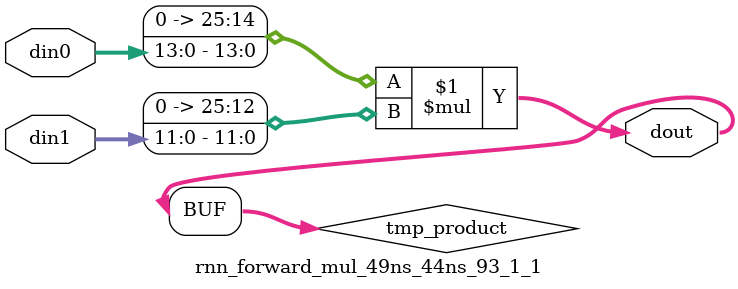
<source format=v>

`timescale 1 ns / 1 ps

  module rnn_forward_mul_49ns_44ns_93_1_1(din0, din1, dout);
parameter ID = 1;
parameter NUM_STAGE = 0;
parameter din0_WIDTH = 14;
parameter din1_WIDTH = 12;
parameter dout_WIDTH = 26;

input [din0_WIDTH - 1 : 0] din0; 
input [din1_WIDTH - 1 : 0] din1; 
output [dout_WIDTH - 1 : 0] dout;

wire signed [dout_WIDTH - 1 : 0] tmp_product;










assign tmp_product = $signed({1'b0, din0}) * $signed({1'b0, din1});











assign dout = tmp_product;







endmodule

</source>
